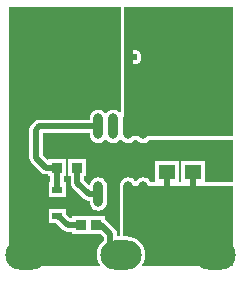
<source format=gtl>
G04*
G04 #@! TF.GenerationSoftware,Altium Limited,Altium Designer,19.1.8 (144)*
G04*
G04 Layer_Physical_Order=1*
G04 Layer_Color=255*
%FSLAX25Y25*%
%MOIN*%
G70*
G01*
G75*
%ADD24R,0.02362X0.09449*%
%ADD25R,0.06299X0.09449*%
%ADD26R,0.03268X0.02461*%
%ADD27R,0.03740X0.03347*%
%ADD28R,0.05512X0.05118*%
%ADD29O,0.03150X0.08661*%
%ADD30R,0.13394X0.09894*%
%ADD31R,0.03347X0.03740*%
%ADD32C,0.01968*%
%ADD33R,0.01378X0.01968*%
G04:AMPARAMS|DCode=34|XSize=98.43mil|YSize=137.8mil|CornerRadius=49.21mil|HoleSize=0mil|Usage=FLASHONLY|Rotation=90.000|XOffset=0mil|YOffset=0mil|HoleType=Round|Shape=RoundedRectangle|*
%AMROUNDEDRECTD34*
21,1,0.09843,0.03937,0,0,90.0*
21,1,0.00000,0.13780,0,0,90.0*
1,1,0.09843,0.01968,0.00000*
1,1,0.09843,0.01968,0.00000*
1,1,0.09843,-0.01968,0.00000*
1,1,0.09843,-0.01968,0.00000*
%
%ADD34ROUNDEDRECTD34*%
%ADD35C,0.02756*%
G36*
X41296Y55602D02*
X40895Y55436D01*
X40796Y55421D01*
X40238Y55849D01*
X39563Y56129D01*
X38839Y56224D01*
X38114Y56129D01*
X37439Y55849D01*
X36860Y55404D01*
X36654Y55136D01*
X36024D01*
X35818Y55404D01*
X35238Y55849D01*
X34563Y56129D01*
X33839Y56224D01*
X33114Y56129D01*
X32439Y55849D01*
X31860Y55404D01*
X31415Y54825D01*
X31135Y54150D01*
X31040Y53425D01*
Y52896D01*
X14145D01*
X14145Y52896D01*
X13293Y52727D01*
X12571Y52244D01*
X12571Y52244D01*
X11417Y51091D01*
X10935Y50368D01*
X10765Y49516D01*
X10765Y49516D01*
Y40157D01*
X10765Y40157D01*
X10935Y39305D01*
X11417Y38583D01*
X14764Y35236D01*
X14764Y35236D01*
X15486Y34754D01*
X16339Y34584D01*
X17009D01*
Y33938D01*
X17852D01*
Y31958D01*
X17245D01*
Y27097D01*
X22913D01*
Y31958D01*
X22306D01*
Y33938D01*
X23149D01*
Y39684D01*
X17009D01*
Y39684D01*
X16730Y39569D01*
X15219Y41080D01*
Y48442D01*
X31040D01*
Y47913D01*
X31135Y47189D01*
X31415Y46514D01*
X31860Y45934D01*
X32439Y45490D01*
X33114Y45210D01*
X33839Y45115D01*
X34563Y45210D01*
X35238Y45490D01*
X35818Y45934D01*
X36024Y46203D01*
X36654D01*
X36860Y45934D01*
X37439Y45490D01*
X38114Y45210D01*
X38839Y45115D01*
X39563Y45210D01*
X40238Y45490D01*
X40818Y45934D01*
X41023Y46203D01*
X41654D01*
X41860Y45934D01*
X42439Y45490D01*
X43114Y45210D01*
X43839Y45115D01*
X44563Y45210D01*
X45238Y45490D01*
X45818Y45934D01*
X45884Y46021D01*
X46793D01*
X46860Y45934D01*
X47439Y45490D01*
X48114Y45210D01*
X48839Y45115D01*
X49563Y45210D01*
X50238Y45490D01*
X50818Y45934D01*
X50884Y46021D01*
X78706D01*
Y31932D01*
X69310D01*
Y39192D01*
X61398D01*
Y31932D01*
X60649D01*
Y39192D01*
X52737D01*
Y31932D01*
X51384D01*
X51262Y32226D01*
X50818Y32806D01*
X50238Y33251D01*
X49563Y33530D01*
X48839Y33626D01*
X48114Y33530D01*
X47439Y33251D01*
X46860Y32806D01*
X46654Y32537D01*
X46023D01*
X45818Y32806D01*
X45238Y33251D01*
X44563Y33530D01*
X43839Y33626D01*
X43114Y33530D01*
X42439Y33251D01*
X41860Y32806D01*
X41415Y32226D01*
X41135Y31551D01*
X41108Y31345D01*
X40996Y31177D01*
X40903Y30709D01*
Y14025D01*
X40091D01*
Y14697D01*
X40091Y14697D01*
X39921Y15549D01*
X39438Y16272D01*
X39438Y16272D01*
X36419Y19291D01*
X35944Y19609D01*
Y20787D01*
X25080D01*
Y19944D01*
X24456D01*
X22913Y21487D01*
Y23198D01*
X17245D01*
Y18337D01*
X19763D01*
X21959Y16142D01*
X21959Y16142D01*
X22681Y15659D01*
X23534Y15489D01*
X23534Y15489D01*
X25080D01*
Y14647D01*
X34765D01*
X35636Y13775D01*
Y12729D01*
X35021Y12223D01*
X34256Y11291D01*
X33687Y10228D01*
X33337Y9074D01*
X33219Y7874D01*
X33337Y6674D01*
X33687Y5520D01*
X34256Y4457D01*
X34284Y4423D01*
X34070Y3971D01*
X3971D01*
Y90517D01*
X41296Y90517D01*
Y55602D01*
D02*
G37*
G36*
X78706Y47244D02*
X42520D01*
Y90517D01*
X78706Y90517D01*
Y47244D01*
D02*
G37*
G36*
Y3971D02*
X48607D01*
X48394Y4423D01*
X48421Y4457D01*
X48990Y5520D01*
X49340Y6674D01*
X49458Y7874D01*
X49340Y9074D01*
X48990Y10228D01*
X48421Y11291D01*
X47656Y12223D01*
X46724Y12988D01*
X45661Y13557D01*
X44507Y13907D01*
X43307Y14025D01*
X42126D01*
Y30709D01*
X78706D01*
Y3971D01*
D02*
G37*
%LPC*%
G36*
X29842Y39684D02*
X23702D01*
Y33938D01*
X24545D01*
Y31862D01*
X24545Y31862D01*
X24714Y31010D01*
X25197Y30287D01*
X28988Y26496D01*
X28988Y26496D01*
X29710Y26013D01*
X30563Y25844D01*
X31040D01*
Y25315D01*
X31135Y24591D01*
X31415Y23916D01*
X31860Y23336D01*
X32439Y22891D01*
X33114Y22612D01*
X33839Y22516D01*
X34563Y22612D01*
X35238Y22891D01*
X35818Y23336D01*
X36262Y23916D01*
X36542Y24591D01*
X36637Y25315D01*
Y30827D01*
X36542Y31551D01*
X36262Y32226D01*
X35818Y32806D01*
X35238Y33251D01*
X34563Y33530D01*
X33839Y33626D01*
X33114Y33530D01*
X32439Y33251D01*
X31860Y32806D01*
X31415Y32226D01*
X31135Y31551D01*
X31112Y31378D01*
X30584Y31198D01*
X28999Y32784D01*
Y33938D01*
X29842D01*
Y39684D01*
D02*
G37*
G36*
X46693Y75928D02*
X45315D01*
X44847Y75835D01*
X44450Y75570D01*
X44184Y75173D01*
X44091Y74705D01*
Y72736D01*
X44184Y72268D01*
X44450Y71871D01*
X44847Y71606D01*
X45315Y71513D01*
X46693D01*
X47161Y71606D01*
X47558Y71871D01*
X47823Y72268D01*
X47916Y72736D01*
Y74705D01*
X47823Y75173D01*
X47558Y75570D01*
X47161Y75835D01*
X46693Y75928D01*
D02*
G37*
%LPD*%
D24*
X44331Y73721D02*
D03*
D25*
X37835D02*
D03*
D26*
X20079Y29528D02*
D03*
Y20768D02*
D03*
D27*
X26772Y41929D02*
D03*
Y36811D02*
D03*
X20079Y41929D02*
D03*
Y36811D02*
D03*
D28*
X65354Y41732D02*
D03*
Y35433D02*
D03*
X56693Y41732D02*
D03*
Y35433D02*
D03*
D29*
X33839Y50669D02*
D03*
X48839D02*
D03*
X43839D02*
D03*
X38839D02*
D03*
X48839Y28071D02*
D03*
X43839D02*
D03*
X38839D02*
D03*
X33839D02*
D03*
D30*
X41339Y39370D02*
D03*
D31*
X33071Y17717D02*
D03*
X27953D02*
D03*
D32*
X30563Y28071D02*
X33839D01*
X26772Y31862D02*
X30563Y28071D01*
X55824D02*
X56693Y27202D01*
X48839Y28071D02*
X55824D01*
X43839D02*
X48839D01*
X65354D02*
Y35433D01*
X56693Y27202D02*
Y35433D01*
X16339Y36811D02*
X20079D01*
X12992Y40157D02*
X16339Y36811D01*
X12992Y40157D02*
Y49516D01*
X14145Y50669D01*
X33839D01*
X26772Y31862D02*
Y36811D01*
X20079Y29528D02*
Y36811D01*
X34844Y17717D02*
X37863Y14697D01*
Y11349D02*
Y14697D01*
Y11349D02*
X41339Y7874D01*
X33071Y17717D02*
X34844D01*
X20482Y20768D02*
X23534Y17717D01*
X20079Y20768D02*
X20482D01*
X23534Y17717D02*
X27953D01*
X39370Y7874D02*
X41339D01*
D33*
X46004Y73721D02*
D03*
D34*
X9843Y7874D02*
D03*
X72835D02*
D03*
X41339D02*
D03*
D35*
X36673Y41929D02*
D03*
X36654Y36811D02*
D03*
X41180D02*
D03*
X25599Y71260D02*
D03*
X19689D02*
D03*
X25599Y77165D02*
D03*
X13780D02*
D03*
X19689D02*
D03*
X13780Y71260D02*
D03*
X19689Y65354D02*
D03*
X13780D02*
D03*
X25599D02*
D03*
X68512Y65748D02*
D03*
X56693D02*
D03*
X62603D02*
D03*
X56693Y71653D02*
D03*
X62603Y77559D02*
D03*
X56693D02*
D03*
X68512D02*
D03*
X62603Y71653D02*
D03*
X68512D02*
D03*
X41180Y41929D02*
D03*
X45661D02*
D03*
Y36811D02*
D03*
M02*

</source>
